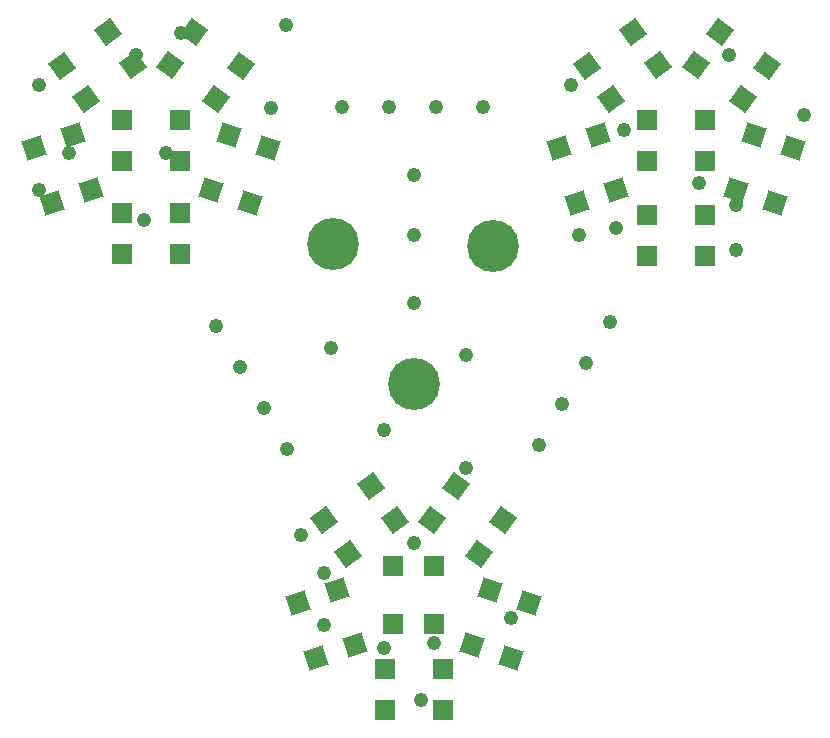
<source format=gts>
%FSLAX25Y25*%
%MOIN*%
G70*
G01*
G75*
G04 Layer_Color=128*
%ADD10P,0.08352X4X369.0*%
%ADD11P,0.08352X4X81.0*%
%ADD12P,0.08352X4X153.0*%
%ADD13R,0.05906X0.05906*%
%ADD14P,0.08352X4X117.0*%
%ADD15R,0.05906X0.05906*%
%ADD16C,0.02500*%
%ADD17C,0.05000*%
%ADD18C,0.16500*%
%ADD19C,0.04000*%
%ADD20R,0.08000X0.05000*%
%ADD21R,0.05000X0.08000*%
%ADD22R,0.12205X0.17716*%
G04:AMPARAMS|DCode=23|XSize=122.05mil|YSize=177.16mil|CornerRadius=0mil|HoleSize=0mil|Usage=FLASHONLY|Rotation=240.000|XOffset=0mil|YOffset=0mil|HoleType=Round|Shape=Rectangle|*
%AMROTATEDRECTD23*
4,1,4,-0.04620,0.09714,0.10723,0.00856,0.04620,-0.09714,-0.10723,-0.00856,-0.04620,0.09714,0.0*
%
%ADD23ROTATEDRECTD23*%

G04:AMPARAMS|DCode=24|XSize=122.05mil|YSize=177.16mil|CornerRadius=0mil|HoleSize=0mil|Usage=FLASHONLY|Rotation=120.000|XOffset=0mil|YOffset=0mil|HoleType=Round|Shape=Rectangle|*
%AMROTATEDRECTD24*
4,1,4,0.10723,-0.00856,-0.04620,-0.09714,-0.10723,0.00856,0.04620,0.09714,0.10723,-0.00856,0.0*
%
%ADD24ROTATEDRECTD24*%

%ADD25C,0.01000*%
%ADD26C,0.01200*%
%ADD27C,0.01500*%
%ADD28P,0.06937X4X369.0*%
%ADD29P,0.06937X4X81.0*%
%ADD30P,0.06937X4X153.0*%
%ADD31R,0.04906X0.04906*%
%ADD32P,0.06937X4X117.0*%
%ADD33R,0.04906X0.04906*%
%ADD34R,0.07000X0.04000*%
%ADD35R,0.04000X0.07000*%
%ADD36R,0.11205X0.16716*%
G04:AMPARAMS|DCode=37|XSize=112.05mil|YSize=167.16mil|CornerRadius=0mil|HoleSize=0mil|Usage=FLASHONLY|Rotation=240.000|XOffset=0mil|YOffset=0mil|HoleType=Round|Shape=Rectangle|*
%AMROTATEDRECTD37*
4,1,4,-0.04437,0.09031,0.10040,0.00673,0.04437,-0.09031,-0.10040,-0.00673,-0.04437,0.09031,0.0*
%
%ADD37ROTATEDRECTD37*%

G04:AMPARAMS|DCode=38|XSize=112.05mil|YSize=167.16mil|CornerRadius=0mil|HoleSize=0mil|Usage=FLASHONLY|Rotation=120.000|XOffset=0mil|YOffset=0mil|HoleType=Round|Shape=Rectangle|*
%AMROTATEDRECTD38*
4,1,4,0.10040,-0.00673,-0.04437,-0.09031,-0.10040,0.00673,0.04437,0.09031,0.10040,-0.00673,0.0*
%
%ADD38ROTATEDRECTD38*%

%ADD39P,0.09483X4X369.0*%
%ADD40P,0.09483X4X81.0*%
%ADD41P,0.09483X4X153.0*%
%ADD42R,0.06706X0.06706*%
%ADD43P,0.09483X4X117.0*%
%ADD44R,0.06706X0.06706*%
%ADD45C,0.17300*%
%ADD46C,0.04800*%
D39*
X1018647Y979096D02*
D03*
X1026746Y990244D02*
D03*
X1034254Y967756D02*
D03*
X1042353Y978904D02*
D03*
X1217853Y978904D02*
D03*
X1209754Y967756D02*
D03*
X1202246Y990244D02*
D03*
X1194147Y979096D02*
D03*
X1129853Y827404D02*
D03*
X1121754Y816257D02*
D03*
X1114246Y838743D02*
D03*
X1106147Y827596D02*
D03*
D40*
X990746Y967756D02*
D03*
X982647Y978904D02*
D03*
X1006353Y979096D02*
D03*
X998254Y990244D02*
D03*
X1173254D02*
D03*
X1181353Y979096D02*
D03*
X1157647Y978904D02*
D03*
X1165746Y967756D02*
D03*
X1085754Y838743D02*
D03*
X1093853Y827596D02*
D03*
X1070147Y827404D02*
D03*
X1078246Y816257D02*
D03*
D41*
X992533Y937455D02*
D03*
X979428Y933197D02*
D03*
X986572Y955803D02*
D03*
X973467Y951544D02*
D03*
X1148467D02*
D03*
X1161572Y955803D02*
D03*
X1154428Y933197D02*
D03*
X1167533Y937455D02*
D03*
X1061467Y800045D02*
D03*
X1074572Y804303D02*
D03*
X1067428Y781697D02*
D03*
X1080533Y785955D02*
D03*
D42*
X1022146Y929890D02*
D03*
Y916110D02*
D03*
X1002854Y929890D02*
D03*
Y916110D02*
D03*
X1022146Y960890D02*
D03*
Y947110D02*
D03*
X1002854Y960890D02*
D03*
Y947110D02*
D03*
X1177854D02*
D03*
Y960890D02*
D03*
X1197146Y947110D02*
D03*
Y960890D02*
D03*
X1177854Y915610D02*
D03*
Y929390D02*
D03*
X1197146Y915610D02*
D03*
Y929390D02*
D03*
X1090354Y764110D02*
D03*
Y777890D02*
D03*
X1109646Y764110D02*
D03*
Y777890D02*
D03*
D43*
X1045572Y933197D02*
D03*
X1032467Y937455D02*
D03*
X1051533Y951544D02*
D03*
X1038428Y955803D02*
D03*
X1220572Y933197D02*
D03*
X1207467Y937455D02*
D03*
X1226533Y951544D02*
D03*
X1213428Y955803D02*
D03*
X1132572Y781697D02*
D03*
X1119467Y785955D02*
D03*
X1138533Y800045D02*
D03*
X1125428Y804303D02*
D03*
D44*
X1093110Y792854D02*
D03*
X1106890Y812146D02*
D03*
X1093110D02*
D03*
X1106890Y792854D02*
D03*
D45*
X1100000Y873000D02*
D03*
X1126500Y919000D02*
D03*
X1073000Y919500D02*
D03*
D46*
X1052500Y965000D02*
D03*
X1017500Y950000D02*
D03*
X975000Y937500D02*
D03*
Y972500D02*
D03*
X985000Y950000D02*
D03*
X1010000Y927500D02*
D03*
X1007500Y982500D02*
D03*
X1022500Y990000D02*
D03*
X1057500Y992500D02*
D03*
X1155000Y922500D02*
D03*
X1195000Y940000D02*
D03*
X1207500Y917500D02*
D03*
X1167500Y925000D02*
D03*
X1152500Y972500D02*
D03*
X1170000Y957500D02*
D03*
X1205000Y982500D02*
D03*
X1230000Y962500D02*
D03*
X1207500Y932500D02*
D03*
X1070000Y792500D02*
D03*
X1100000Y820000D02*
D03*
X1090000Y785000D02*
D03*
X1117500Y845000D02*
D03*
X1090000Y857500D02*
D03*
X1132500Y795000D02*
D03*
X1102500Y767500D02*
D03*
X1062500Y822500D02*
D03*
X1070000Y810000D02*
D03*
X1117500Y882500D02*
D03*
X1100000Y900000D02*
D03*
X1057874Y851362D02*
D03*
X1072500Y885000D02*
D03*
X1100000Y942500D02*
D03*
Y922500D02*
D03*
X1165374Y893638D02*
D03*
X1157500Y880000D02*
D03*
X1149626Y866362D02*
D03*
X1141752Y852724D02*
D03*
X1050000Y865000D02*
D03*
X1034252Y892276D02*
D03*
X1042126Y878638D02*
D03*
X1123248Y965394D02*
D03*
X1107500D02*
D03*
X1091752D02*
D03*
X1076004D02*
D03*
X1106890Y786402D02*
D03*
M02*

</source>
